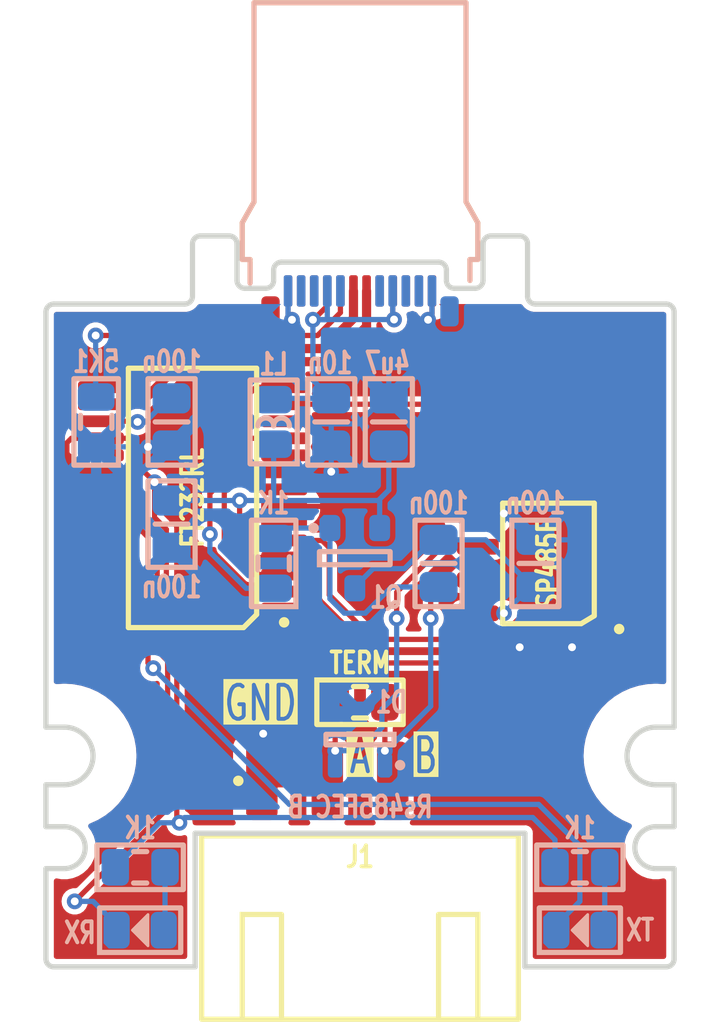
<source format=kicad_pcb>
(kicad_pcb (version 20221018) (generator pcbnew)
  (layers (0 "F.Cu" signal) (31 "B.Cu" jumper) (34 "B.Paste" user) (35 "F.Paste" user) (36 "B.SilkS" user "B.Silkscreen") (37 "F.SilkS" user "F.Silkscreen") (38 "B.Mask" user) (39 "F.Mask" user) (44 "Edge.Cuts" user))
  (net 0 "")
  (net 1 "A_CC")
  (net 2 "TXD")
  (net 3 "5V")
  (net 4 "RXD")
  (net 5 "USB_DP")
  (net 6 "USB_DM")
  (net 7 "GND")
  (net 8 "USB_Vin")
  (net 9 "3V3")
  (net 10 "LED_TXD")
  (net 11 "LED_TXD'")
  (net 12 "LED_RXD'")
  (net 13 "LED_RXD")
  (net 14 "5V_SW")
  (net 15 "PWREN#'")
  (net 16 "PWREN#")
  (net 17 "A")
  (net 18 "B")
  (net 19 "TXDEN")
  (net 20 "RTS_CTS")
  (footprint "Medo64:R (0805)" (layer "F.Cu") (at 32 37.8)
    (fp_text reference "R1" hide)
    (fp_text value "TERM" (at 0 -1.5 180) (layer "F.SilkS") (effects (font (size 0.8 0.6))))
    (fp_line (start -0.25 -0.6) (end 0.25 -0.6) (stroke (width 0.2)) (layer "F.SilkS"))
    (fp_line (start -0.25 0.6) (end 0.25 0.6) (stroke (width 0.2)) (layer "F.SilkS"))
    (fp_rect (start -1.65 -0.85) (end 1.65 0.85) (stroke (width 0.2)) (fill none) (layer "F.SilkS"))
    (pad "1" smd roundrect (at -0.95 0) (size 1.05 1.4) (layers "F.Cu" "F.Paste" "F.Mask") (net 17 "A"))
    (pad "2" smd roundrect (at 0.95 0) (size 1.05 1.4) (layers "F.Cu" "F.Paste" "F.Mask") (net 18 "B"))
  )
  (footprint "Medo64:P USB C 3.2 Edge (24w)" (layer "F.Cu") (at 32 22)
    (fp_text reference "P1" hide)
    (fp_text value "105444-0001" hide)
    (fp_line (start -4.5 -2.5) (end -4.5 -1.1) (stroke (width 0.2)) (layer "B.SilkS"))
    (fp_line (start -4.5 -2.5) (end -4.05 -3.3) (stroke (width 0.2)) (layer "B.SilkS"))
    (fp_line (start -4.5 -1.1) (end -4.2 -1.1) (stroke (width 0.2)) (layer "B.SilkS"))
    (fp_line (start -4.2 -1) (end -4.2 -0.2) (stroke (width 0.2)) (layer "B.SilkS"))
    (fp_line (start -4.05 -10.9) (end -4.05 -3.3) (stroke (width 0.2)) (layer "B.SilkS"))
    (fp_line (start -4.05 -10.9) (end 4.05 -10.9) (stroke (width 0.2)) (layer "B.SilkS"))
    (fp_line (start 4.05 -10.9) (end 4.05 -3.3) (stroke (width 0.2)) (layer "B.SilkS"))
    (fp_line (start 4.2 -1.1) (end 4.2 -0.3) (stroke (width 0.2)) (layer "B.SilkS"))
    (fp_line (start 4.5 -2.5) (end 4.05 -3.3) (stroke (width 0.2)) (layer "B.SilkS"))
    (fp_line (start 4.5 -2.5) (end 4.5 -1.1) (stroke (width 0.2)) (layer "B.SilkS"))
    (fp_line (start 4.5 -1.1) (end 4.2 -1.1) (stroke (width 0.2)) (layer "B.SilkS"))
    (fp_line (start -4.5 -2.5) (end -4.5 -1.1) (stroke (width 0.2)) (layer "F.SilkS"))
    (fp_line (start -4.5 -2.5) (end -4.05 -3.3) (stroke (width 0.2)) (layer "F.SilkS"))
    (fp_line (start -4.5 -1.1) (end -4.2 -1.1) (stroke (width 0.2)) (layer "F.SilkS"))
    (fp_line (start -4.2 -1.1) (end -4.2 -0.3) (stroke (width 0.2)) (layer "F.SilkS"))
    (fp_line (start -4.05 -10.9) (end -4.05 -3.3) (stroke (width 0.2)) (layer "F.SilkS"))
    (fp_line (start -4.05 -10.9) (end 4.05 -10.9) (stroke (width 0.2)) (layer "F.SilkS"))
    (fp_line (start 4.05 -10.9) (end 4.05 -3.3) (stroke (width 0.2)) (layer "F.SilkS"))
    (fp_line (start 4.2 -1.1) (end 4.2 -0.3) (stroke (width 0.2)) (layer "F.SilkS"))
    (fp_line (start 4.5 -2.5) (end 4.05 -3.3) (stroke (width 0.2)) (layer "F.SilkS"))
    (fp_line (start 4.5 -2.5) (end 4.5 -1.1) (stroke (width 0.2)) (layer "F.SilkS"))
    (fp_line (start 4.5 -1.1) (end 4.2 -1.1) (stroke (width 0.2)) (layer "F.SilkS"))
    (pad "A1" smd roundrect locked (at -2.75 0.1) (size 0.33 1.2) (layers "F.Cu" "F.Paste" "F.Mask") (chamfer_ratio 0.2) (chamfer top_left bottom_left) (net 7 "GND"))
    (pad "A2" smd roundrect locked (at -2.25 0.1) (size 0.33 1.2) (layers "F.Cu" "F.Paste" "F.Mask"))
    (pad "A3" smd roundrect locked (at -1.75 0.1) (size 0.33 1.2) (layers "F.Cu" "F.Paste" "F.Mask"))
    (pad "A4" smd roundrect locked (at -1.25 0.1) (size 0.33 1.2) (layers "F.Cu" "F.Paste" "F.Mask") (net 8 "USB_Vin"))
    (pad "A5" smd roundrect locked (at -0.75 0.1) (size 0.33 1.2) (layers "F.Cu" "F.Paste" "F.Mask") (net 1 "A_CC"))
    (pad "A6" smd roundrect locked (at -0.25 0.1) (size 0.33 1.2) (layers "F.Cu" "F.Paste" "F.Mask") (net 5 "USB_DP"))
    (pad "A7" smd roundrect locked (at 0.25 0.1) (size 0.33 1.2) (layers "F.Cu" "F.Paste" "F.Mask") (net 6 "USB_DM"))
    (pad "A8" smd roundrect locked (at 0.75 0.1) (size 0.33 1.2) (layers "F.Cu" "F.Paste" "F.Mask"))
    (pad "A9" smd roundrect locked (at 1.25 0.1) (size 0.33 1.2) (layers "F.Cu" "F.Paste" "F.Mask") (net 8 "USB_Vin"))
    (pad "A10" smd roundrect locked (at 1.75 0.1) (size 0.33 1.2) (layers "F.Cu" "F.Paste" "F.Mask"))
    (pad "A11" smd roundrect locked (at 2.25 0.1) (size 0.33 1.2) (layers "F.Cu" "F.Paste" "F.Mask"))
    (pad "A12" smd roundrect locked (at 2.75 0.1) (size 0.33 1.2) (layers "F.Cu" "F.Paste" "F.Mask") (net 7 "GND"))
    (pad "B01" smd roundrect locked (at 2.75 0.1) (size 0.33 1.2) (layers "B.Cu" "B.Paste" "B.Mask") (chamfer_ratio 0.2) (chamfer top_right bottom_right) (net 7 "GND"))
    (pad "B02" smd roundrect locked (at 2.25 0.1) (size 0.33 1.2) (layers "B.Cu" "B.Paste" "B.Mask"))
    (pad "B03" smd roundrect locked (at 1.75 0.1) (size 0.33 1.2) (layers "B.Cu" "B.Paste" "B.Mask"))
    (pad "B04" smd roundrect locked (at 1.25 0.1) (size 0.33 1.2) (layers "B.Cu" "B.Paste" "B.Mask") (net 8 "USB_Vin"))
    (pad "B05" smd roundrect locked (at 0.75 0.1) (size 0.33 1.2) (layers "B.Cu" "B.Paste" "B.Mask"))
    (pad "B08" smd roundrect locked (at -0.75 0.1) (size 0.33 1.2) (layers "B.Cu" "B.Paste" "B.Mask"))
    (pad "B09" smd roundrect locked (at -1.25 0.1) (size 0.33 1.2) (layers "B.Cu" "B.Paste" "B.Mask") (net 8 "USB_Vin"))
    (pad "B10" smd roundrect locked (at -1.75 0.1) (size 0.33 1.2) (layers "B.Cu" "B.Paste" "B.Mask"))
    (pad "B11" smd roundrect locked (at -2.25 0.1) (size 0.33 1.2) (layers "B.Cu" "B.Paste" "B.Mask"))
    (pad "B12" smd roundrect locked (at -2.75 0.1) (size 0.33 1.2) (layers "B.Cu" "B.Paste" "B.Mask") (net 7 "GND"))
    (pad "S" smd roundrect locked (at -3.42 0.88) (size 0.7 1.15) (layers "F.Cu" "F.Paste" "F.Mask"))
    (pad "S" smd roundrect locked (at 3.42 0.88) (size 0.7 1.15) (layers "B.Cu" "B.Paste" "B.Mask"))
  )
  (footprint "Medo64:J JST XH Edge [RS485] (4w)" (layer "F.Cu") (at 32 40.8)
    (fp_text reference "J1" (at 0 2.9) (layer "F.SilkS") (effects (font (size 0.8 0.6) (thickness 0.15) bold)))
    (fp_text value "B4B-XH-A")
    (fp_rect (start -6.05 2.1) (end 6.05 9.1) (stroke (width 0.2)) (fill none) (layer "F.SilkS"))
    (fp_rect (start -4.5 5.1) (end -3 9.1) (stroke (width 0.2)) (fill none) (layer "F.SilkS"))
    (fp_rect (start 4.5 5.1) (end 3 9.1) (stroke (width 0.2)) (fill none) (layer "F.SilkS"))
    (fp_circle (center -4.65 0) (end -4.5 0) (stroke (width 0.1)) (fill solid) (layer "F.SilkS"))
    (pad "1" smd roundrect (at -3.75 0) (size 1.2 3) (layers "F.Cu" "F.Paste" "F.Mask") (chamfer_ratio 0.2) (chamfer top_left bottom_left) (net 7 "GND"))
    (pad "2" smd roundrect (at -1.25 0) (size 1.2 3) (layers "F.Cu" "F.Paste" "F.Mask") (net 17 "A"))
    (pad "3" smd roundrect (at 1.25 0) (size 1.2 3) (layers "F.Cu" "F.Paste" "F.Mask") (net 18 "B"))
  )
  (footprint "Medo64:U Transciever UART FT232RL (SSOP-28)" (layer "F.Cu") (at 25.6 30 180)
    (fp_text reference "U1" hide)
    (fp_text value "FT232RL" (at 0 0 90) (layer "F.SilkS") (effects (font (size 0.8 0.6))))
    (fp_line (start -2.45 -4.45) (end -1.95 -4.95) (stroke (width 0.2)) (layer "F.SilkS"))
    (fp_line (start -2.45 4.95) (end -2.45 -4.45) (stroke (width 0.2)) (layer "F.SilkS"))
    (fp_line (start -1.95 -4.95) (end 2.45 -4.95) (stroke (width 0.2)) (layer "F.SilkS"))
    (fp_line (start 2.45 -4.95) (end 2.45 4.95) (stroke (width 0.2)) (layer "F.SilkS"))
    (fp_line (start 2.45 4.95) (end -2.45 4.95) (stroke (width 0.2)) (layer "F.SilkS"))
    (fp_circle (center -3.5 -4.75) (end -3.35 -4.75) (stroke (width 0.1)) (fill solid) (layer "F.SilkS"))
    (pad "1" smd roundrect (at -3.5 -4.225 180) (size 1.75 0.45) (layers "F.Cu" "F.Paste" "F.Mask") (chamfer_ratio 0.2) (chamfer top_left top_right) (net 2 "TXD"))
    (pad "2" smd roundrect (at -3.5 -3.575 180) (size 1.75 0.45) (layers "F.Cu" "F.Paste" "F.Mask"))
    (pad "3" smd roundrect (at -3.5 -2.925 180) (size 1.75 0.45) (layers "F.Cu" "F.Paste" "F.Mask") (net 20 "RTS_CTS"))
    (pad "4" smd roundrect (at -3.5 -2.275 180) (size 1.75 0.45) (layers "F.Cu" "F.Paste" "F.Mask") (net 3 "5V"))
    (pad "5" smd roundrect (at -3.5 -1.625 180) (size 1.75 0.45) (layers "F.Cu" "F.Paste" "F.Mask") (net 4 "RXD"))
    (pad "6" smd roundrect (at -3.5 -0.975 180) (size 1.75 0.45) (layers "F.Cu" "F.Paste" "F.Mask"))
    (pad "7" smd roundrect (at -3.5 -0.325 180) (size 1.75 0.45) (layers "F.Cu" "F.Paste" "F.Mask") (net 7 "GND"))
    (pad "8" smd roundrect (at -3.5 0.325 180) (size 1.75 0.45) (layers "F.Cu" "F.Paste" "F.Mask"))
    (pad "9" smd roundrect (at -3.5 0.975 180) (size 1.75 0.45) (layers "F.Cu" "F.Paste" "F.Mask"))
    (pad "10" smd roundrect (at -3.5 1.625 180) (size 1.75 0.45) (layers "F.Cu" "F.Paste" "F.Mask"))
    (pad "11" smd roundrect (at -3.5 2.275 180) (size 1.75 0.45) (layers "F.Cu" "F.Paste" "F.Mask") (net 20 "RTS_CTS"))
    (pad "12" smd roundrect (at -3.5 2.925 180) (size 1.75 0.45) (layers "F.Cu" "F.Paste" "F.Mask"))
    (pad "13" smd roundrect (at -3.5 3.575 180) (size 1.75 0.45) (layers "F.Cu" "F.Paste" "F.Mask") (net 19 "TXDEN"))
    (pad "14" smd roundrect (at -3.5 4.225 180) (size 1.75 0.45) (layers "F.Cu" "F.Paste" "F.Mask") (net 16 "PWREN#"))
    (pad "15" smd roundrect (at 3.5 4.225 180) (size 1.75 0.45) (layers "F.Cu" "F.Paste" "F.Mask") (net 5 "USB_DP"))
    (pad "16" smd roundrect (at 3.5 3.575 180) (size 1.75 0.45) (layers "F.Cu" "F.Paste" "F.Mask") (net 6 "USB_DM"))
    (pad "17" smd roundrect (at 3.5 2.925 180) (size 1.75 0.45) (layers "F.Cu" "F.Paste" "F.Mask") (net 9 "3V3"))
    (pad "18" smd roundrect (at 3.5 2.275 180) (size 1.75 0.45) (layers "F.Cu" "F.Paste" "F.Mask") (net 7 "GND"))
    (pad "19" smd roundrect (at 3.5 1.625 180) (size 1.75 0.45) (layers "F.Cu" "F.Paste" "F.Mask"))
    (pad "20" smd roundrect (at 3.5 0.975 180) (size 1.75 0.45) (layers "F.Cu" "F.Paste" "F.Mask") (net 3 "5V"))
    (pad "21" smd roundrect (at 3.5 0.325 180) (size 1.75 0.45) (layers "F.Cu" "F.Paste" "F.Mask") (net 7 "GND"))
    (pad "22" smd roundrect (at 3.5 -0.325 180) (size 1.75 0.45) (layers "F.Cu" "F.Paste" "F.Mask") (net 13 "LED_RXD"))
    (pad "23" smd roundrect (at 3.5 -0.975 180) (size 1.75 0.45) (layers "F.Cu" "F.Paste" "F.Mask") (net 10 "LED_TXD"))
    (pad "24" smd roundrect (at 3.5 -1.625 180) (size 1.75 0.45) (layers "F.Cu" "F.Paste" "F.Mask"))
    (pad "25" smd roundrect (at 3.5 -2.275 180) (size 1.75 0.45) (layers "F.Cu" "F.Paste" "F.Mask") (net 7 "GND"))
    (pad "26" smd roundrect (at 3.5 -2.925 180) (size 1.75 0.45) (layers "F.Cu" "F.Paste" "F.Mask") (net 7 "GND"))
    (pad "27" smd roundrect (at 3.5 -3.575 180) (size 1.75 0.45) (layers "F.Cu" "F.Paste" "F.Mask"))
    (pad "28" smd roundrect (at 3.5 -4.225 180) (size 1.75 0.45) (layers "F.Cu" "F.Paste" "F.Mask"))
  )
  (footprint "Medo64:U Transciever RS485 SP485E (SOIC-8)" (layer "F.Cu") (at 39.2 32.5 180)
    (fp_text reference "U2" hide)
    (fp_text value "SP485E" (at 0 0 90) (layer "F.SilkS") (effects (font (size 0.8 0.6))))
    (fp_line (start -1.75 -2) (end -1.25 -2.3) (stroke (width 0.2)) (layer "F.SilkS"))
    (fp_line (start -1.75 2.3) (end -1.75 -2) (stroke (width 0.2)) (layer "F.SilkS"))
    (fp_line (start -1.25 -2.3) (end 1.75 -2.3) (stroke (width 0.2)) (layer "F.SilkS"))
    (fp_line (start 1.75 -2.3) (end 1.75 2.3) (stroke (width 0.2)) (layer "F.SilkS"))
    (fp_line (start 1.75 2.3) (end -1.75 2.3) (stroke (width 0.2)) (layer "F.SilkS"))
    (fp_circle (center -2.7 -2.505) (end -2.55 -2.505) (stroke (width 0.1)) (fill solid) (layer "F.SilkS"))
    (pad "1" smd roundrect (at -2.7 -1.905 180) (size 1.6 0.6) (layers "F.Cu" "F.Paste" "F.Mask") (chamfer_ratio 0.2) (chamfer top_left top_right) (net 4 "RXD"))
    (pad "2" smd roundrect (at -2.7 -0.635 180) (size 1.6 0.6) (layers "F.Cu" "F.Paste" "F.Mask") (net 19 "TXDEN"))
    (pad "3" smd roundrect (at -2.7 0.635 180) (size 1.6 0.6) (layers "F.Cu" "F.Paste" "F.Mask") (net 19 "TXDEN"))
    (pad "4" smd roundrect (at -2.7 1.905 180) (size 1.6 0.6) (layers "F.Cu" "F.Paste" "F.Mask") (net 2 "TXD"))
    (pad "5" smd roundrect (at 2.7 1.905 180) (size 1.6 0.6) (layers "F.Cu" "F.Paste" "F.Mask") (net 7 "GND"))
    (pad "6" smd roundrect (at 2.7 0.635 180) (size 1.6 0.6) (layers "F.Cu" "F.Paste" "F.Mask") (net 17 "A"))
    (pad "7" smd roundrect (at 2.7 -0.635 180) (size 1.6 0.6) (layers "F.Cu" "F.Paste" "F.Mask") (net 18 "B"))
    (pad "8" smd roundrect (at 2.7 -1.905 180) (size 1.6 0.6) (layers "F.Cu" "F.Paste" "F.Mask") (net 14 "5V_SW"))
  )
  (footprint "Medo64:R (0805)" (layer "B.Cu") (at 40.4 44.1)
    (fp_text reference "R5" hide)
    (fp_text value "1K" (at 0 -1.5) (layer "B.SilkS") (effects (font (size 0.8 0.6)) (justify mirror)))
    (fp_line (start -0.25 -0.6) (end 0.25 -0.6) (stroke (width 0.2)) (layer "B.SilkS"))
    (fp_line (start -0.25 0.6) (end 0.25 0.6) (stroke (width 0.2)) (layer "B.SilkS"))
    (fp_rect (start -1.65 0.85) (end 1.65 -0.85) (stroke (width 0.2)) (fill none) (layer "B.SilkS"))
    (pad "1" smd roundrect (at -0.95 0) (size 1.05 1.4) (layers "B.Cu" "B.Paste" "B.Mask") (net 3 "5V"))
    (pad "2" smd roundrect (at 0.95 0) (size 1.05 1.4) (layers "B.Cu" "B.Paste" "B.Mask") (net 11 "LED_TXD'"))
  )
  (footprint "Medo64:L (0805)" (layer "B.Cu") (at 28.7 27.1 90)
    (fp_text reference "L1" (at 2.2 0) (layer "B.SilkS") (effects (font (size 0.8 0.6)) (justify mirror)))
    (fp_text value "600R" hide)
    (fp_rect (start -1.6 0.9) (end 1.6 -0.9) (stroke (width 0.2)) (fill none) (layer "B.SilkS"))
    (fp_arc (start -0.15 -0.6) (mid 0.15 -0.3) (end -0.15 0) (stroke (width 0.2)) (layer "B.SilkS"))
    (fp_arc (start -0.15 0) (mid 0.15 0.3) (end -0.15 0.6) (stroke (width 0.2)) (layer "B.SilkS"))
    (pad "1" smd roundrect (at -0.85 0 90) (size 1.05 1.4) (layers "B.Cu" "B.Paste" "B.Mask") (net 3 "5V"))
    (pad "2" smd roundrect (at 0.85 0 90) (size 1.05 1.4) (layers "B.Cu" "B.Paste" "B.Mask") (net 8 "USB_Vin"))
  )
  (footprint "Medo64:D TVS SM05T1G (SOT23-3)" (layer "B.Cu") (at 32 39.225 180)
    (fp_text reference "D1" (at -1.2 1.425) (layer "B.SilkS") (effects (font (size 0.8 0.6)) (justify mirror)))
    (fp_text value "SM12T1G" hide)
    (fp_rect (start -1.3 0.2) (end 1.3 -0.2) (stroke (width 0.2)) (fill none) (layer "B.SilkS"))
    (fp_circle (center -1.53 -0.975) (end -1.38 -0.975) (stroke (width 0.1)) (fill solid) (layer "B.SilkS"))
    (pad "1" smd roundrect (at -0.95 -0.975 180) (size 0.56 0.95) (layers "B.Cu" "B.Paste" "B.Mask") (chamfer_ratio 0.2) (chamfer top_left bottom_left) (net 18 "B"))
    (pad "2" smd roundrect (at 0.95 -0.975 180) (size 0.56 0.95) (layers "B.Cu" "B.Paste" "B.Mask") (net 17 "A"))
    (pad "3" smd roundrect (at 0 0.975 180) (size 0.56 0.95) (layers "B.Cu" "B.Paste" "B.Mask") (net 7 "GND"))
  )
  (footprint "Medo64:C (0805)" (layer "B.Cu") (at 30.9 27.1 90)
    (fp_text reference "C1" hide)
    (fp_text value "10n" (at 2.25 -0.05) (layer "B.SilkS") (effects (font (size 0.8 0.6) (thickness 0.15) bold) (justify mirror)))
    (fp_line (start 0 0.625) (end 0 -0.625) (stroke (width 0.2)) (layer "B.SilkS"))
    (fp_rect (start -1.65 0.9) (end 1.65 -0.9) (stroke (width 0.2)) (fill none) (layer "B.SilkS"))
    (pad "1" smd roundrect (at -0.9 0 90) (size 1.15 1.45) (layers "B.Cu" "B.Paste" "B.Mask") (net 7 "GND"))
    (pad "2" smd roundrect (at 0.9 0 90) (size 1.15 1.45) (layers "B.Cu" "B.Paste" "B.Mask") (net 8 "USB_Vin"))
  )
  (footprint "Medo64:DS (0805)" (layer "B.Cu") (at 40.4 46.5)
    (fp_text reference "DS2" hide)
    (fp_text value "TX" (at 2.3 0) (layer "B.SilkS") (effects (font (size 0.8 0.6) (thickness 0.15) bold) (justify mirror)))
    (fp_rect (start -1.55 0.85) (end 1.55 -0.85) (stroke (width 0.2)) (fill none) (layer "B.SilkS"))
    (fp_poly (pts (xy -0.3 0) (xy 0.3 0.6) (xy 0.3 -0.6)) (stroke (width 0.1)) (fill solid) (layer "B.SilkS"))
    (pad "1" smd roundrect (at -0.9 0) (size 1 1.4) (layers "B.Cu" "B.Paste" "B.Mask") (chamfer_ratio 0.2) (chamfer top_left bottom_left) (net 10 "LED_TXD"))
    (pad "2" smd roundrect (at 0.9 0) (size 1 1.4) (layers "B.Cu" "B.Paste" "B.Mask") (net 11 "LED_TXD'"))
  )
  (footprint "Medo64:R (0805)" (layer "B.Cu") (at 28.7 32.5 90)
    (fp_text reference "R6" hide)
    (fp_text value "1K" (at 2.3 0) (layer "B.SilkS") (effects (font (size 0.8 0.6)) (justify mirror)))
    (fp_line (start -0.25 -0.6) (end 0.25 -0.6) (stroke (width 0.2)) (layer "B.SilkS"))
    (fp_line (start -0.25 0.6) (end 0.25 0.6) (stroke (width 0.2)) (layer "B.SilkS"))
    (fp_rect (start -1.65 0.85) (end 1.65 -0.85) (stroke (width 0.2)) (fill none) (layer "B.SilkS"))
    (pad "1" smd roundrect (at -0.95 0 90) (size 1.05 1.4) (layers "B.Cu" "B.Paste" "B.Mask") (net 16 "PWREN#"))
    (pad "2" smd roundrect (at 0.95 0 90) (size 1.05 1.4) (layers "B.Cu" "B.Paste" "B.Mask") (net 15 "PWREN#'"))
  )
  (footprint "Medo64:C (0805)" (layer "B.Cu") (at 24.8 27.1 90)
    (fp_text reference "C3" hide)
    (fp_text value "100n" (at 2.3 0) (layer "B.SilkS") (effects (font (size 0.8 0.6) (thickness 0.15) bold) (justify mirror)))
    (fp_line (start 0 0.625) (end 0 -0.625) (stroke (width 0.2)) (layer "B.SilkS"))
    (fp_rect (start -1.65 0.9) (end 1.65 -0.9) (stroke (width 0.2)) (fill none) (layer "B.SilkS"))
    (pad "1" smd roundrect (at -0.9 0 90) (size 1.15 1.45) (layers "B.Cu" "B.Paste" "B.Mask") (net 7 "GND"))
    (pad "2" smd roundrect (at 0.9 0 90) (size 1.15 1.45) (layers "B.Cu" "B.Paste" "B.Mask") (net 9 "3V3"))
  )
  (footprint "Medo64:C (0805)" (layer "B.Cu") (at 38.7 32.5 -90)
    (fp_text reference "C4" hide)
    (fp_text value "100n" (at -2.3 0 -180) (layer "B.SilkS") (effects (font (size 0.8 0.6) (thickness 0.15) bold) (justify mirror)))
    (fp_line (start 0 0.625) (end 0 -0.625) (stroke (width 0.2)) (layer "B.SilkS"))
    (fp_rect (start -1.65 0.9) (end 1.65 -0.9) (stroke (width 0.2)) (fill none) (layer "B.SilkS"))
    (pad "1" smd roundrect (at -0.9 0 270) (size 1.15 1.45) (layers "B.Cu" "B.Paste" "B.Mask") (net 7 "GND"))
    (pad "2" smd roundrect (at 0.9 0 270) (size 1.15 1.45) (layers "B.Cu" "B.Paste" "B.Mask") (net 14 "5V_SW"))
  )
  (footprint "Medo64:C (0805)" (layer "B.Cu") (at 24.8 31 90)
    (fp_text reference "C2" hide)
    (fp_text value "100n" (at -2.4 0 180) (layer "B.SilkS") (effects (font (size 0.8 0.6) (thickness 0.15) bold) (justify mirror)))
    (fp_line (start 0 0.625) (end 0 -0.625) (stroke (width 0.2)) (layer "B.SilkS"))
    (fp_rect (start -1.65 0.9) (end 1.65 -0.9) (stroke (width 0.2)) (fill none) (layer "B.SilkS"))
    (pad "1" smd roundrect (at -0.9 0 90) (size 1.15 1.45) (layers "B.Cu" "B.Paste" "B.Mask") (net 7 "GND"))
    (pad "2" smd roundrect (at 0.9 0 90) (size 1.15 1.45) (layers "B.Cu" "B.Paste" "B.Mask") (net 3 "5V"))
  )
  (footprint "Medo64:R (0805)" (layer "B.Cu") (at 21.92 27.1 90)
    (fp_text reference "R7" hide)
    (fp_text value "5K1" (at 2.3 0) (layer "B.SilkS") (effects (font (size 0.8 0.6)) (justify mirror)))
    (fp_line (start -0.25 -0.6) (end 0.25 -0.6) (stroke (width 0.2)) (layer "B.SilkS"))
    (fp_line (start -0.25 0.6) (end 0.25 0.6) (stroke (width 0.2)) (layer "B.SilkS"))
    (fp_rect (start -1.65 0.85) (end 1.65 -0.85) (stroke (width 0.2)) (fill none) (layer "B.SilkS"))
    (pad "1" smd roundrect (at -0.95 0 90) (size 1.05 1.4) (layers "B.Cu" "B.Paste" "B.Mask") (net 7 "GND"))
    (pad "2" smd roundrect (at 0.95 0 90) (size 1.05 1.4) (layers "B.Cu" "B.Paste" "B.Mask") (net 1 "A_CC"))
  )
  (footprint "Medo64:Q MOSFET-P (SOT23-3)" (layer "B.Cu") (at 31.8 32.3)
    (fp_text reference "Q1" (at 1.2 1.5) (layer "B.SilkS") (effects (font (size 0.8 0.6)) (justify mirror)))
    (fp_text value "DMP3099L-13" hide)
    (fp_rect (start -1.35 0.25) (end 1.35 -0.25) (stroke (width 0.2)) (fill none) (layer "B.SilkS"))
    (fp_circle (center -1.575 -1.15) (end -1.425 -1.15) (stroke (width 0.1)) (fill solid) (layer "B.SilkS"))
    (pad "1" smd roundrect (at -0.95 -1.15) (size 0.8 1) (layers "B.Cu" "B.Paste" "B.Mask") (chamfer_ratio 0.2) (chamfer top_left bottom_left) (net 15 "PWREN#'"))
    (pad "2" smd roundrect (at 0.95 -1.15) (size 0.8 1) (layers "B.Cu" "B.Paste" "B.Mask") (net 3 "5V"))
    (pad "3" smd roundrect (at 0 1.15) (size 0.8 1) (layers "B.Cu" "B.Paste" "B.Mask") (net 14 "5V_SW"))
  )
  (footprint "Medo64:DS (0805)" (layer "B.Cu") (at 23.6 46.5)
    (fp_text reference "DS1" hide)
    (fp_text value "RX" (at -2.3 0.1) (layer "B.SilkS") (effects (font (size 0.8 0.6) (thickness 0.15) bold) (justify mirror)))
    (fp_rect (start -1.55 0.85) (end 1.55 -0.85) (stroke (width 0.2)) (fill none) (layer "B.SilkS"))
    (fp_poly (pts (xy -0.3 0) (xy 0.3 0.6) (xy 0.3 -0.6)) (stroke (width 0.1)) (fill solid) (layer "B.SilkS"))
    (pad "1" smd roundrect (at -0.9 0) (size 1 1.4) (layers "B.Cu" "B.Paste" "B.Mask") (chamfer_ratio 0.2) (chamfer top_left bottom_left) (net 13 "LED_RXD"))
    (pad "2" smd roundrect (at 0.9 0) (size 1 1.4) (layers "B.Cu" "B.Paste" "B.Mask") (net 12 "LED_RXD'"))
  )
  (footprint "Medo64:R (0805)" (layer "B.Cu") (at 23.6 44.1)
    (fp_text reference "R4" hide)
    (fp_text value "1K" (at 0 -1.5) (layer "B.SilkS") (effects (font (size 0.8 0.6)) (justify mirror)))
    (fp_line (start -0.25 -0.6) (end 0.25 -0.6) (stroke (width 0.2)) (layer "B.SilkS"))
    (fp_line (start -0.25 0.6) (end 0.25 0.6) (stroke (width 0.2)) (layer "B.SilkS"))
    (fp_rect (start -1.65 0.85) (end 1.65 -0.85) (stroke (width 0.2)) (fill none) (layer "B.SilkS"))
    (pad "1" smd roundrect (at -0.95 0) (size 1.05 1.4) (layers "B.Cu" "B.Paste" "B.Mask") (net 3 "5V"))
    (pad "2" smd roundrect (at 0.95 0) (size 1.05 1.4) (layers "B.Cu" "B.Paste" "B.Mask") (net 12 "LED_RXD'"))
  )
  (footprint "Medo64:C (0805)" (layer "B.Cu") (at 33.1 27.1 -90)
    (fp_text reference "C11" hide)
    (fp_text value "4u7" (at -2.25 0.05) (layer "B.SilkS") (effects (font (size 0.8 0.6) (thickness 0.15) bold) (justify mirror)))
    (fp_line (start 0 0.625) (end 0 -0.625) (stroke (width 0.2)) (layer "B.SilkS"))
    (fp_rect (start -1.65 0.9) (end 1.65 -0.9) (stroke (width 0.2)) (fill none) (layer "B.SilkS"))
    (pad "1" smd roundrect (at -0.9 0 270) (size 1.15 1.45) (layers "B.Cu" "B.Paste" "B.Mask") (net 7 "GND"))
    (pad "2" smd roundrect (at 0.9 0 270) (size 1.15 1.45) (layers "B.Cu" "B.Paste" "B.Mask") (net 3 "5V"))
  )
  (footprint "Medo64:C (0805)" (layer "B.Cu") (at 35 32.5 90)
    (fp_text reference "C5" hide)
    (fp_text value "100n" (at 2.3 0) (layer "B.SilkS") (effects (font (size 0.8 0.6) (thickness 0.15) bold) (justify mirror)))
    (fp_line (start 0 0.625) (end 0 -0.625) (stroke (width 0.2)) (layer "B.SilkS"))
    (fp_rect (start -1.65 0.9) (end 1.65 -0.9) (stroke (width 0.2)) (fill none) (layer "B.SilkS"))
    (pad "1" smd roundrect (at -0.9 0 90) (size 1.15 1.45) (layers "B.Cu" "B.Paste" "B.Mask") (net 15 "PWREN#'"))
    (pad "2" smd roundrect (at 0.9 0 90) (size 1.15 1.45) (layers "B.Cu" "B.Paste" "B.Mask") (net 14 "5V_SW"))
  )
  (gr_line locked (start 38.4 20.3) (end 38.4 22.3) (stroke (width 0.2)) (layer "Edge.Cuts"))
  (gr_arc locked (start 25.6 22.3) (mid 25.512132 22.512132) (end 25.3 22.6) (stroke (width 0.2)) (layer "Edge.Cuts"))
  (gr_arc locked (start 43.3 40.95) (mid 42.2 39.85) (end 43.3 38.75) (stroke (width 0.2)) (layer "Edge.Cuts"))
  (gr_line locked (start 38.3 47.9) (end 43.7 47.9) (stroke (width 0.2)) (layer "Edge.Cuts"))
  (gr_line locked (start 20.7 40.95) (end 20 40.95) (stroke (width 0.2)) (layer "Edge.Cuts"))
  (gr_line locked (start 43.3 40.95) (end 44 40.95) (stroke (width 0.2)) (layer "Edge.Cuts"))
  (gr_line locked (start 44 44.15) (end 43.3 44.15) (stroke (width 0.2)) (layer "Edge.Cuts"))
  (gr_arc locked (start 35 21) (mid 35.212132 21.087868) (end 35.3 21.3) (stroke (width 0.2)) (layer "Edge.Cuts"))
  (gr_arc locked (start 28.7 21.3) (mid 28.787868 21.087868) (end 29 21) (stroke (width 0.2)) (layer "Edge.Cuts"))
  (gr_line locked (start 38.1 20) (end 37 20) (stroke (width 0.2)) (layer "Edge.Cuts"))
  (gr_arc locked (start 28.7 21.7) (mid 28.612132 21.912132) (end 28.4 22) (stroke (width 0.2)) (layer "Edge.Cuts"))
  (gr_arc locked (start 27 20) (mid 27.212132 20.087868) (end 27.3 20.3) (stroke (width 0.2)) (layer "Edge.Cuts"))
  (gr_arc locked (start 43.7 22.6) (mid 43.912132 22.687868) (end 44 22.9) (stroke (width 0.2)) (layer "Edge.Cuts"))
  (gr_line locked (start 20 44.15) (end 20 47.6) (stroke (width 0.2)) (layer "Edge.Cuts"))
  (gr_line locked (start 20 38.75) (end 20.7 38.75) (stroke (width 0.2)) (layer "Edge.Cuts"))
  (gr_line locked (start 44 42.55) (end 43.3 42.55) (stroke (width 0.2)) (layer "Edge.Cuts"))
  (gr_arc locked (start 38.7 22.6) (mid 38.487868 22.512132) (end 38.4 22.3) (stroke (width 0.2)) (layer "Edge.Cuts"))
  (gr_line locked (start 44 42.55) (end 44 40.95) (stroke (width 0.2)) (layer "Edge.Cuts"))
  (gr_line locked (start 28.4 22) (end 27.6 22) (stroke (width 0.2)) (layer "Edge.Cuts"))
  (gr_line locked (start 43.7 22.6) (end 38.7 22.6) (stroke (width 0.2)) (layer "Edge.Cuts"))
  (gr_line locked (start 20.3 22.6) (end 25.3 22.6) (stroke (width 0.2)) (layer "Edge.Cuts"))
  (gr_arc locked (start 38.1 20) (mid 38.312132 20.087868) (end 38.4 20.3) (stroke (width 0.2)) (layer "Edge.Cuts"))
  (gr_arc locked (start 35.6 22) (mid 35.387868 21.912132) (end 35.3 21.7) (stroke (width 0.2)) (layer "Edge.Cuts"))
  (gr_line locked (start 35.3 21.7) (end 35.3 21.3) (stroke (width 0.2)) (layer "Edge.Cuts"))
  (gr_line locked (start 27.3 20.3) (end 27.3 21.7) (stroke (width 0.2)) (layer "Edge.Cuts"))
  (gr_arc locked (start 20 22.9) (mid 20.087868 22.687868) (end 20.3 22.6) (stroke (width 0.2)) (layer "Edge.Cuts"))
  (gr_arc locked (start 36.7 20.3) (mid 36.787868 20.087868) (end 37 20) (stroke (width 0.2)) (layer "Edge.Cuts"))
  (gr_arc locked (start 20.7 42.55) (mid 21.5 43.35) (end 20.7 44.15) (stroke (width 0.2)) (layer "Edge.Cuts"))
  (gr_arc locked (start 27.6 22) (mid 27.387868 21.912132) (end 27.3 21.7) (stroke (width 0.2)) (layer "Edge.Cuts"))
  (gr_line locked (start 36.7 20.3) (end 36.7 21.7) (stroke (width 0.2)) (layer "Edge.Cuts"))
  (gr_arc locked (start 44 47.6) (mid 43.912132 47.812132) (end 43.7 47.9) (stroke (width 0.2)) (layer "Edge.Cuts"))
  (gr_line locked (start 36.4 22) (end 35.6 22) (stroke (width 0.2)) (layer "Edge.Cuts"))
  (gr_line locked (start 44 22.9) (end 44 38.75) (stroke (width 0.2)) (layer "Edge.Cuts"))
  (gr_line locked (start 43.3 38.75) (end 44 38.75) (stroke (width 0.2)) (layer "Edge.Cuts"))
  (gr_line locked (start 28.7 21.7) (end 28.7 21.3) (stroke (width 0.2)) (layer "Edge.Cuts"))
  (gr_arc locked (start 20.7 38.75) (mid 21.8 39.85) (end 20.7 40.95) (stroke (width 0.2)) (layer "Edge.Cuts"))
  (gr_arc locked (start 43.3 44.15) (mid 42.5 43.35) (end 43.3 42.55) (stroke (width 0.2)) (layer "Edge.Cuts"))
  (gr_line locked (start 25.9 20) (end 27 20) (stroke (width 0.2)) (layer "Edge.Cuts"))
  (gr_line locked (start 25.6 20.3) (end 25.6 22.3) (stroke (width 0.2)) (layer "Edge.Cuts"))
  (gr_line locked (start 44 44.15) (end 44 47.6) (stroke (width 0.2)) (layer "Edge.Cuts"))
  (gr_line locked (start 20 22.9) (end 20 38.75) (stroke (width 0.2)) (layer "Edge.Cuts"))
  (gr_line locked (start 20.7 44.15) (end 20 44.15) (stroke (width 0.2)) (layer "Edge.Cuts"))
  (gr_line locked (start 38.3 42.8) (end 25.7 42.8) (stroke (width 0.2)) (layer "Edge.Cuts"))
  (gr_arc locked (start 25.6 20.3) (mid 25.687868 20.087868) (end 25.9 20) (stroke (width 0.2)) (layer "Edge.Cuts"))
  (gr_arc locked (start 36.7 21.7) (mid 36.612132 21.912132) (end 36.4 22) (stroke (width 0.2)) (layer "Edge.Cuts"))
  (gr_line locked (start 29 21) (end 35 21) (stroke (width 0.2)) (layer "Edge.Cuts"))
  (gr_line locked (start 25.7 47.9) (end 25.7 42.8) (stroke (width 0.2)) (layer "Edge.Cuts"))
  (gr_line locked (start 20.7 42.55) (end 20 42.55) (stroke (width 0.2)) (layer "Edge.Cuts"))
  (gr_line locked (start 20 42.55) (end 20 40.95) (stroke (width 0.2)) (layer "Edge.Cuts"))
  (gr_line locked (start 20.3 47.9) (end 25.7 47.9) (stroke (width 0.2)) (layer "Edge.Cuts"))
  (gr_line locked (start 38.3 47.9) (end 38.3 42.8) (stroke (width 0.2)) (layer "Edge.Cuts"))
  (gr_arc locked (start 20.3 47.9) (mid 20.087868 47.812132) (end 20 47.6) (stroke (width 0.2)) (layer "Edge.Cuts"))
  (gr_text "Rs485FEC B" (at 32 41.8) (layer "B.SilkS") (effects (font (size 0.8 0.6) (thickness 0.15) bold) (justify mirror)))
  (gr_text "GND" (at 28.2 38.6) (layer "F.SilkS" knockout) (effects (font (size 1.3 0.9) (thickness 0.15) bold) (justify bottom)))
  (gr_text "B" (at 34.5 40.6) (layer "F.SilkS" knockout) (effects (font (size 1.3 0.9) (thickness 0.15) bold) (justify bottom)))
  (gr_text "A" (at 32 40.6) (layer "F.SilkS" knockout) (effects (font (size 1.3 0.9) (thickness 0.15) bold) (justify bottom)))
  (segment (start 31.25 22.927808) (end 30.377808 23.8) (width 0.2) (layer "F.Cu") (net 1))
  (segment (start 31.25 22.1) (end 31.25 22.927808) (width 0.2) (layer "F.Cu") (net 1))
  (segment (start 30.377808 23.8) (end 21.9 23.8) (width 0.2) (layer "F.Cu") (net 1))
  (via (at 21.9 23.8) (size 0.6) (drill 0.3) (layers "F.Cu" "B.Cu") (net 1))
  (segment (start 21.9 23.8) (end 21.9 26.13) (width 0.2) (layer "B.Cu") (net 1))
  (segment (start 31.8 36.3) (end 29.725 34.225) (width 0.2) (layer "F.Cu") (net 2))
  (segment (start 42.1 36.3) (end 31.8 36.3) (width 0.2) (layer "F.Cu") (net 2))
  (segment (start 43.1 35.3) (end 42.1 36.3) (width 0.2) (layer "F.Cu") (net 2))
  (segment (start 42.395343 30.595) (end 43.1 31.299657) (width 0.2) (layer "F.Cu") (net 2))
  (segment (start 43.1 31.299657) (end 43.1 35.3) (width 0.2) (layer "F.Cu") (net 2))
  (segment (start 27.875 32.275) (end 27.4 31.8) (width 0.2) (layer "F.Cu") (net 3))
  (segment (start 29.1 32.275) (end 27.875 32.275) (width 0.2) (layer "F.Cu") (net 3))
  (segment (start 25 42.3) (end 25.099647 42.399647) (width 0.2) (layer "F.Cu") (net 3))
  (segment (start 23.775 29.025) (end 24.15 29.4) (width 0.2) (layer "F.Cu") (net 3))
  (segment (start 24.15 29.4) (end 24.15 30.75) (width 0.2) (layer "F.Cu") (net 3))
  (segment (start 25 36) (end 25 42.3) (width 0.2) (layer "F.Cu") (net 3))
  (segment (start 27.4 31.8) (end 27.4 30.1) (width 0.2) (layer "F.Cu") (net 3))
  (segment (start 24.6 35.6) (end 25 36) (width 0.2) (layer "F.Cu") (net 3))
  (segment (start 24.15 30.75) (end 24.6 31.2) (width 0.2) (layer "F.Cu") (net 3))
  (segment (start 24.6 31.2) (end 24.6 35.6) (width 0.2) (layer "F.Cu") (net 3))
  (segment (start 22.1 29.025) (end 23.775 29.025) (width 0.2) (layer "F.Cu") (net 3))
  (via (at 27.4 30.1) (size 0.6) (drill 0.3) (layers "F.Cu" "B.Cu") (net 3))
  (via (at 24.15 29.4) (size 0.6) (drill 0.3) (layers "F.Cu" "B.Cu") (net 3))
  (via (at 25.099647 42.399647) (size 0.6) (drill 0.3) (layers "F.Cu" "B.Cu") (net 3))
  (segment (start 38.6 42.2) (end 25.299294 42.2) (width 0.2) (layer "B.Cu") (net 3))
  (segment (start 32.75 30.15) (end 32.75 30.05) (width 0.2) (layer "B.Cu") (net 3))
  (segment (start 33.1 29.7) (end 33.1 28) (width 0.2) (layer "B.Cu") (net 3))
  (segment (start 32.75 30.05) (end 33.1 29.7) (width 0.2) (layer "B.Cu") (net 3))
  (segment (start 24.8 30.1) (end 24.15 29.45) (width 0.2) (layer "B.Cu") (net 3))
  (segment (start 24.350353 42.399647) (end 25.099647 42.399647) (width 0.2) (layer "B.Cu") (net 3))
  (segment (start 39.45 43.05) (end 38.6 42.2) (width 0.2) (layer "B.Cu") (net 3))
  (segment (start 32.7 30.1) (end 28.7 30.1) (width 0.2) (layer "B.Cu") (net 3))
  (segment (start 32.75 30.15) (end 32.7 30.1) (width 0.2) (layer "B.Cu") (net 3))
  (segment (start 25.299294 42.2) (end 25.099647 42.399647) (width 0.2) (layer "B.Cu") (net 3))
  (segment (start 39.45 44.1) (end 39.45 43.05) (width 0.2) (layer "B.Cu") (net 3))
  (segment (start 28.7 30.1) (end 28.7 27.95) (width 0.2) (layer "B.Cu") (net 3))
  (segment (start 24.15 29.45) (end 24.15 29.4) (width 0.2) (layer "B.Cu") (net 3))
  (segment (start 22.65 44.1) (end 24.350353 42.399647) (width 0.2) (layer "B.Cu") (net 3))
  (segment (start 24.8 30.1) (end 28.7 30.1) (width 0.2) (layer "B.Cu") (net 3))
  (segment (start 32.75 31.15) (end 32.75 30.15) (width 0.2) (layer "B.Cu") (net 3))
  (segment (start 30.825 31.9) (end 30.825 33.702818) (width 0.2) (layer "F.Cu") (net 4))
  (segment (start 38.272818 34.405) (end 41.9 34.405) (width 0.2) (layer "F.Cu") (net 4))
  (segment (start 29.1 31.625) (end 30.55 31.625) (width 0.2) (layer "F.Cu") (net 4))
  (segment (start 32.522182 35.4) (end 37.277818 35.4) (width 0.2) (layer "F.Cu") (net 4))
  (segment (start 30.825 33.702818) (end 32.522182 35.4) (width 0.2) (layer "F.Cu") (net 4))
  (segment (start 30.55 31.625) (end 30.825 31.9) (width 0.2) (layer "F.Cu") (net 4))
  (segment (start 37.277818 35.4) (end 38.272818 34.405) (width 0.2) (layer "F.Cu") (net 4))
  (segment (start 22.1 25.775) (end 23.517894 25.775) (width 0.35) (layer "F.Cu") (net 5))
  (segment (start 31.75 23.15) (end 31.75 22.1) (width 0.35) (layer "F.Cu") (net 5))
  (segment (start 24.992893 24.3) (end 30.6 24.3) (width 0.35) (layer "F.Cu") (net 5))
  (segment (start 30.6 24.3) (end 31.75 23.15) (width 0.35) (layer "F.Cu") (net 5))
  (segment (start 23.517894 25.775) (end 24.992893 24.3) (width 0.35) (layer "F.Cu") (net 5))
  (segment (start 30.907107 24.8) (end 25.2 24.8) (width 0.35) (layer "F.Cu") (net 6))
  (segment (start 32.25 22.1) (end 32.25 23.457107) (width 0.35) (layer "F.Cu") (net 6))
  (segment (start 25.2 24.8) (end 23.575 26.425) (width 0.35) (layer "F.Cu") (net 6))
  (segment (start 32.25 23.457107) (end 30.907107 24.8) (width 0.35) (layer "F.Cu") (net 6))
  (segment (start 23.575 26.425) (end 22.1 26.425) (width 0.35) (layer "F.Cu") (net 6))
  (segment (start 29.1 30.325) (end 30.575 30.325) (width 0.2) (layer "F.Cu") (net 7))
  (segment (start 34.75 22.1) (end 34.75 23.05) (width 0.2) (layer "F.Cu") (net 7))
  (segment (start 23.575 27.725) (end 23.9 28.05) (width 0.2) (layer "F.Cu") (net 7))
  (segment (start 20.8 29.7) (end 20.825 29.675) (width 0.2) (layer "F.Cu") (net 7))
  (segment (start 22.1 27.725) (end 23.575 27.725) (width 0.2) (layer "F.Cu") (net 7))
  (segment (start 30.9 30) (end 30.9 29) (width 0.2) (layer "F.Cu") (net 7))
  (segment (start 34.75 22.95697) (end 34.75 22.1) (width 0.2) (layer "F.Cu") (net 7))
  (segment (start 22.1 32.275) (end 20.8 32.275) (width 0.2) (layer "F.Cu") (net 7))
  (segment (start 20.8 27.9) (end 20.975 27.725) (width 0.2) (layer "F.Cu") (net 7))
  (segment (start 30.575 30.325) (end 30.9 30) (width 0.2) (layer "F.Cu") (net 7))
  (segment (start 22.1 32.925) (end 20.925 32.925) (width 0.2) (layer "F.Cu") (net 7))
  (segment (start 28.25 40.8) (end 28.25 39.05) (width 0.6) (layer "F.Cu") (net 7))
  (segment (start 29.25 23.05) (end 29.4 23.2) (width 0.2) (layer "F.Cu") (net 7))
  (segment (start 20.975 27.725) (end 22.1 27.725) (width 0.2) (layer "F.Cu") (net 7))
  (segment (start 36.5 30.595) (end 37.495 30.595) (width 0.2) (layer "F.Cu") (net 7))
  (segment (start 20.825 29.675) (end 22.1 29.675) (width 0.2) (layer "F.Cu") (net 7))
  (segment (start 20.8 29.7) (end 20.8 27.9) (width 0.2) (layer "F.Cu") (net 7))
  (segment (start 28.25 39.05) (end 28.3 39) (width 0.6) (layer "F.Cu") (net 7))
  (segment (start 34.75 23.05) (end 34.6 23.2) (width 0.2) (layer "F.Cu") (net 7))
  (segment (start 29.25 22.1) (end 29.25 23.05) (width 0.2) (layer "F.Cu") (net 7))
  (segment (start 34.50697 23.2) (end 34.75 22.95697) (width 0.2) (layer "F.Cu") (net 7))
  (segment (start 20.8 32.275) (end 20.8 29.7) (width 0.2) (layer "F.Cu") (net 7))
  (segment (start 20.8 32.8) (end 20.8 32.275) (width 0.2) (layer "F.Cu") (net 7))
  (segment (start 20.925 32.925) (end 20.8 32.8) (width 0.2) (layer "F.Cu") (net 7))
  (via (at 37.495 30.595) (size 0.6) (drill 0.3) (layers "F.Cu" "B.Cu") (net 7))
  (via (at 23.9 28.05) (size 0.6) (drill 0.3) (layers "F.Cu" "B.Cu") (net 7))
  (via (at 29.4 23.2) (size 0.6) (drill 0.3) (layers "F.Cu" "B.Cu") (net 7))
  (via (at 28.3 39) (size 0.6) (drill 0.3) (layers "F.Cu" "B.Cu") (net 7))
  (via (at 38.1 35.7) (size 0.6) (drill 0.3) (layers "F.Cu" "B.Cu") (net 7))
  (via (at 30.9 29) (size 0.6) (drill 0.3) (layers "F.Cu" "B.Cu") (net 7))
  (via (at 40.1 35.7) (size 0.6) (drill 0.3) (layers "F.Cu" "B.Cu") (net 7))
  (via (at 34.6 23.2) (size 0.6) (drill 0.3) (layers "F.Cu" "B.Cu") (net 7))
  (segment (start 40.1 31.6) (end 40.1 35.7) (width 0.2) (layer "B.Cu") (net 7))
  (segment (start 33.4 24.7) (end 34.6 24.7) (width 0.2) (layer "B.Cu") (net 7))
  (segment (start 29.4 23.2) (end 27.3 25.3) (width 0.2) (layer "B.Cu") (net 7))
  (segment (start 40.1 30.2) (end 40.1 31.6) (width 0.2) (layer "B.Cu") (net 7))
  (segment (start 30.9 27.175) (end 31.925 27.175) (width 0.2) (layer "B.Cu") (net 7))
  (segment (start 38.1 35.7) (end 40.1 35.7) (width 0.2) (layer "B.Cu") (net 7))
  (segment (start 24.4 28.3) (end 24.15 28.05) (width 0.2) (layer "B.Cu") (net 7))
  (segment (start 38.7 31.6) (end 40.1 31.6) (width 0.2) (layer "B.Cu") (net 7))
  (segment (start 32 38.25) (end 28.3 38.25) (width 0.6) (layer "B.Cu") (net 7))
  (segment (start 34.75 22.1) (end 34.75 23.05) (width 0.2) (layer "B.Cu") (net 7))
  (segment (start 38.5 31.6) (end 37.495 30.595) (width 0.2) (layer "B.Cu") (net 7))
  (segment (start 28.3 38.25) (end 28.3 39) (width 0.6) (layer "B.Cu") (net 7))
  (segment (start 39.8 36) (end 40.1 35.7) (width 0.2) (layer "B.Cu") (net 7))
  (segment (start 23.6 28.05) (end 23.9 28.05) (width 0.2) (layer "B.Cu") (net 7))
  (segment (start 34.6 24.7) (end 40.1 30.2) (width 0.2) (layer "B.Cu") (net 7))
  (segment (start 29.25 23.05) (end 29.25 22.1) (width 0.2) (layer "B.Cu") (net 7))
  (segment (start 33.1 26.2) (end 33.1 25) (width 0.2) (layer "B.Cu") (net 7))
  (segment (start 23.6 30.7) (end 23.6 28.05) (width 0.2) (layer "B.Cu") (net 7))
  (segment (start 24.15 28.05) (end 23.9 28.05) (width 0.2) (layer "B.Cu") (net 7))
  (segment (start 27.3 25.3) (end 27.3 27.175) (width 0.2) (layer "B.Cu") (net 7))
  (segment (start 25.625 27.175) (end 27.3 27.175) (width 0.2) (layer "B.Cu") (net 7))
  (segment (start 24.8 31.9) (end 23.6 30.7) (width 0.2) (layer "B.Cu") (net 7))
  (segment (start 31.925 27.175) (end 32.9 26.2) (width 0.2) (layer "B.Cu") (net 7))
  (segment (start 30.9 27.175) (end 30.9 28) (width 0.2) (layer "B.Cu") (net 7))
  (segment (start 21.92 28.05) (end 24.75 28.05) (width 0.2) (layer "B.Cu") (net 7))
  (segment (start 33.1 25) (end 33.4 24.7) (width 0.2) (layer "B.Cu") (net 7))
  (segment (start 29.4 23.2) (end 29.25 23.05) (width 0.2) (layer "B.Cu") (net 7))
  (segment (start 34.6 24.7) (end 34.6 23.2) (width 0.2) (layer "B.Cu") (net 7))
  (segment (start 34.75 23.05) (end 34.6 23.2) (width 0.2) (layer "B.Cu") (net 7))
  (segment (start 21.92 31.87) (end 28.3 38.25) (width 0.4) (layer "B.Cu") (net 7))
  (segment (start 27.3 27.175) (end 30.9 27.175) (width 0.2) (layer "B.Cu") (net 7))
  (segment (start 30.9 29) (end 30.9 28) (width 0.2) (layer "B.Cu") (net 7))
  (segment (start 24.8 28) (end 25.625 27.175) (width 0.2) (layer "B.Cu") (net 7))
  (segment (start 21.92 28.05) (end 21.92 31.87) (width 0.4) (layer "B.Cu") (net 7))
  (segment (start 33.25 22.1) (end 33.25 23.15) (width 0.2) (layer "F.Cu") (net 8))
  (segment (start 30.220236 23.19999) (end 30.2 23.19999) (width 0.2) (layer "F.Cu") (net 8))
  (segment (start 30.75 22.1) (end 30.75 22.670226) (width 0.2) (layer "F.Cu") (net 8))
  (segment (start 30.75 22.670226) (end 30.220236 23.19999) (width 0.2) (layer "F.Cu") (net 8))
  (via (at 30.2 23.19999) (size 0.6) (drill 0.3) (layers "F.Cu" "B.Cu") (net 8))
  (via (at 33.3 23.192136) (size 0.6) (drill 0.3) (layers "F.Cu" "B.Cu") (net 8))
  (segment (start 30.9 26.2) (end 30.2 25.5) (width 0.2) (layer "B.Cu") (net 8))
  (segment (start 30.2 25.5) (end 30.2 23.19999) (width 0.2) (layer "B.Cu") (net 8))
  (segment (start 30.692146 23.19999) (end 30.2 23.19999) (width 0.2) (layer "B.Cu") (net 8))
  (segment (start 33.25 22.1) (end 33.25 23.05) (width 0.2) (layer "B.Cu") (net 8))
  (segment (start 30.75 23.142136) (end 30.692146 23.19999) (width 0.2) (layer "B.Cu") (net 8))
  (segment (start 30.9 26.2) (end 28.75 26.2) (width 0.2) (layer "B.Cu") (net 8))
  (segment (start 30.75 22.1) (end 30.75 23.142136) (width 0.2) (layer "B.Cu") (net 8))
  (segment (start 33.25 23.05) (end 33.3 23.1) (width 0.2) (layer "B.Cu") (net 8))
  (segment (start 30.207854 23.192136) (end 30.2 23.19999) (width 0.2) (layer "B.Cu") (net 8))
  (segment (start 33.3 23.192136) (end 30.207854 23.192136) (width 0.2) (layer "B.Cu") (net 8))
  (segment (start 23.475 27.075) (end 23.5 27.1) (width 0.2) (layer "F.Cu") (net 9))
  (segment (start 22.1 27.075) (end 23.475 27.075) (width 0.2) (layer "F.Cu") (net 9))
  (via (at 23.5 27.1) (size 0.6) (drill 0.3) (layers "F.Cu" "B.Cu") (net 9))
  (segment (start 23.5 27.1) (end 23.8 27.1) (width 0.2) (layer "B.Cu") (net 9))
  (segment (start 23.8 27.1) (end 24.4 26.5) (width 0.2) (layer "B.Cu") (net 9))
  (segment (start 22.1 30.975) (end 23.375 30.975) (width 0.2) (layer "F.Cu") (net 10))
  (segment (start 23.375 30.975) (end 23.9 31.5) (width 0.2) (layer "F.Cu") (net 10))
  (segment (start 23.9 36.3) (end 24.1 36.5) (width 0.2) (layer "F.Cu") (net 10))
  (segment (start 23.9 31.5) (end 23.9 36.3) (width 0.2) (layer "F.Cu") (net 10))
  (via (at 24.1 36.5) (size 0.6) (drill 0.3) (layers "F.Cu" "B.Cu") (net 10))
  (segment (start 24.1 36.5) (end 29.3 41.7) (width 0.2) (layer "B.Cu") (net 10))
  (segment (start 40.4 43.275216) (end 40.4 45.4) (width 0.2) (layer "B.Cu") (net 10))
  (segment (start 38.824784 41.7) (end 40.4 43.275216) (width 0.2) (layer "B.Cu") (net 10))
  (segment (start 29.3 41.7) (end 38.824784 41.7) (width 0.2) (layer "B.Cu") (net 10))
  (segment (start 40.4 45.4) (end 39.5 46.3) (width 0.2) (layer "B.Cu") (net 10))
  (segment (start 41.35 44.1) (end 41.35 46.45) (width 0.2) (layer "B.Cu") (net 11))
  (segment (start 24.55 44.1) (end 24.55 46.45) (width 0.2) (layer "B.Cu") (net 12))
  (segment (start 24.25 31.344974) (end 24.25 35.822182) (width 0.2) (layer "F.Cu") (net 13))
  (segment (start 24.65 41.85) (end 21.1 45.4) (width 0.2) (layer "F.Cu") (net 13))
  (segment (start 22.1 30.325) (end 23.230026 30.325) (width 0.2) (layer "F.Cu") (net 13))
  (segment (start 24.65 36.222182) (end 24.65 41.85) (width 0.2) (layer "F.Cu") (net 13))
  (segment (start 23.230026 30.325) (end 24.25 31.344974) (width 0.2) (layer "F.Cu") (net 13))
  (segment (start 24.25 35.822182) (end 24.65 36.222182) (width 0.2) (layer "F.Cu") (net 13))
  (via (at 21.1 45.4) (size 0.6) (drill 0.3) (layers "F.Cu" "B.Cu") (net 13))
  (segment (start 22.7 46.3) (end 21.8 45.4) (width 0.2) (layer "B.Cu") (net 13))
  (segment (start 21.8 45.4) (end 21.1 45.4) (width 0.2) (layer "B.Cu") (net 13))
  (segment (start 37.495 34.405) (end 37.5 34.4) (width 0.2) (layer "F.Cu") (net 14))
  (segment (start 36.5 34.405) (end 37.495 34.405) (width 0.2) (layer "F.Cu") (net 14))
  (via (at 37.5 34.4) (size 0.6) (drill 0.3) (layers "F.Cu" "B.Cu") (net 14))
  (segment (start 32.5 32.7) (end 33.7 32.7) (width 0.2) (layer "B.Cu") (net 14))
  (segment (start 38.5 33.4) (end 37.5 34.4) (width 0.2) (layer "B.Cu") (net 14))
  (segment (start 33.7 32.7) (end 34.8 31.6) (width 0.2) (layer "B.Cu") (net 14))
  (segment (start 38.6 33.4) (end 36.8 31.6) (width 0.2) (layer "B.Cu") (net 14))
  (segment (start 32 33.2) (end 32.5 32.7) (width 0.2) (layer "B.Cu") (net 14))
  (segment (start 36.8 31.6) (end 35 31.6) (width 0.2) (layer "B.Cu") (net 14))
  (segment (start 32.2 34.4) (end 31.4 34.4) (width 0.2) (layer "B.Cu") (net 15))
  (segment (start 30.85 31.15) (end 29.1 31.15) (width 0.2) (layer "B.Cu") (net 15))
  (segment (start 35 33.4) (end 33.2 33.4) (width 0.2) (layer "B.Cu") (net 15))
  (segment (start 31.4 34.4) (end 30.85 33.85) (width 0.2) (layer "B.Cu") (net 15))
  (segment (start 33.2 33.4) (end 32.2 34.4) (width 0.2) (layer "B.Cu") (net 15))
  (segment (start 30.85 33.85) (end 30.85 31.15) (width 0.2) (layer "B.Cu") (net 15))
  (segment (start 26.7 28.1) (end 26.7 29.4) (width 0.2) (layer "F.Cu") (net 16))
  (segment (start 27.7 27.1) (end 26.7 28.1) (width 0.2) (layer "F.Cu") (net 16))
  (segment (start 27.7 26.1) (end 27.7 27.1) (width 0.2) (layer "F.Cu") (net 16))
  (segment (start 29.1 25.775) (end 28.025 25.775) (width 0.2) (layer "F.Cu") (net 16))
  (segment (start 26.263909 29.836091) (end 26.263909 31.386091) (width 0.2) (layer "F.Cu") (net 16))
  (segment (start 28.025 25.775) (end 27.7 26.1) (width 0.2) (layer "F.Cu") (net 16))
  (segment (start 26.7 29.4) (end 26.263909 29.836091) (width 0.2) (layer "F.Cu") (net 16))
  (via (at 26.263909 31.386091) (size 0.6) (drill 0.3) (layers "F.Cu" "B.Cu") (net 16))
  (segment (start 28.9 33.45) (end 27.65 33.45) (width 0.2) (layer "B.Cu") (net 16))
  (segment (start 27.65 33.45) (end 26.263909 32.063909) (width 0.2) (layer "B.Cu") (net 16))
  (segment (start 26.263909 32.063909) (end 26.263909 31.386091) (width 0.2) (layer "B.Cu") (net 16))
  (segment (start 36.5 31.865) (end 35.135 31.865) (width 0.2) (layer "F.Cu") (net 17))
  (segment (start 33.4 33.6) (end 33.4 34.6) (width 0.2) (layer "F.Cu") (net 17))
  (segment (start 35.135 31.865) (end 33.4 33.6) (width 0.2) (layer "F.Cu") (net 17))
  (segment (start 31.05 37.8) (end 31.05 40.200025) (width 0.2) (layer "F.Cu") (net 17))
  (via (at 31.049975 39.65) (size 0.6) (drill 0.3) (layers "F.Cu" "B.Cu") (net 17))
  (via (at 33.4 34.6) (size 0.6) (drill 0.3) (layers "F.Cu" "B.Cu") (net 17))
  (segment (start 33.4 34.6) (end 33.4 37.5) (width 0.2) (layer "B.Cu") (net 17))
  (segment (start 32.838272 38.761728) (end 31.95 39.65) (width 0.2) (layer "B.Cu") (net 17))
  (segment (start 32.838272 38.061728) (end 32.838272 38.761728) (width 0.2) (layer "B.Cu") (net 17))
  (segment (start 33.4 37.5) (end 32.838272 38.061728) (width 0.2) (layer "B.Cu") (net 17))
  (segment (start 31.05 40.2) (end 31.05 39.650025) (width 0.5) (layer "B.Cu") (net 17))
  (segment (start 31.05 39.650025) (end 31.049975 39.65) (width 0.2) (layer "B.Cu") (net 17))
  (segment (start 31.95 39.65) (end 31.049975 39.65) (width 0.2) (layer "B.Cu") (net 17))
  (segment (start 36.5 33.135) (end 35.365 33.135) (width 0.2) (layer "F.Cu") (net 18))
  (segment (start 34.7 33.8) (end 34.7 34.6) (width 0.2) (layer "F.Cu") (net 18))
  (segment (start 35.365 33.135) (end 34.7 33.8) (width 0.2) (layer "F.Cu") (net 18))
  (segment (start 32.95 37.8) (end 32.95 39.649986) (width 0.2) (layer "F.Cu") (net 18))
  (via (at 34.7 34.6) (size 0.6) (drill 0.3) (layers "F.Cu" "B.Cu") (net 18))
  (via (at 32.95 39.649986) (size 0.6) (drill 0.3) (layers "F.Cu" "B.Cu") (net 18))
  (segment (start 33.000014 39.649986) (end 32.95 39.649986) (width 0.2) (layer "B.Cu") (net 18))
  (segment (start 32.95 40.2) (end 32.95 39.649986) (width 0.5) (layer "B.Cu") (net 18))
  (segment (start 34.7 34.6) (end 34.7 37.95) (width 0.2) (layer "B.Cu") (net 18))
  (segment (start 32.95 39.65) (end 32.95 39.649986) (width 0.5) (layer "B.Cu") (net 18))
  (segment (start 34.7 37.95) (end 33.000014 39.649986) (width 0.2) (layer "B.Cu") (net 18))
  (segment (start 40.265 29.365) (end 40.265 31.865) (width 0.2) (layer "F.Cu") (net 19))
  (segment (start 41.9 33.135) (end 40.435 33.135) (width 0.2) (layer "F.Cu") (net 19))
  (segment (start 37.325 26.425) (end 40.265 29.365) (width 0.2) (layer "F.Cu") (net 19))
  (segment (start 40.265 32.965) (end 40.265 31.865) (width 0.2) (layer "F.Cu") (net 19))
  (segment (start 41.9 31.865) (end 40.265 31.865) (width 0.2) (layer "F.Cu") (net 19))
  (segment (start 29.1 26.425) (end 37.325 26.425) (width 0.2) (layer "F.Cu") (net 19))
  (segment (start 40.435 33.135) (end 40.265 32.965) (width 0.2) (layer "F.Cu") (net 19))
  (segment (start 27.825 32.925) (end 26.813909 31.913909) (width 0.2) (layer "F.Cu") (net 20))
  (segment (start 26.813909 29.786091) (end 27.1 29.5) (width 0.2) (layer "F.Cu") (net 20))
  (segment (start 27.669974 27.725) (end 29.1 27.725) (width 0.2) (layer "F.Cu") (net 20))
  (segment (start 27.1 28.294974) (end 27.669974 27.725) (width 0.2) (layer "F.Cu") (net 20))
  (segment (start 29.1 32.925) (end 27.825 32.925) (width 0.2) (layer "F.Cu") (net 20))
  (segment (start 26.813909 31.913909) (end 26.813909 29.786091) (width 0.2) (layer "F.Cu") (net 20))
  (segment (start 27.1 29.5) (end 27.1 28.294974) (width 0.2) (layer "F.Cu") (net 20))
  (zone (net 7) (net_name "GND") (layers "F&B.Cu") (connect_pads (clearance 0.2)) (min_thickness 0.2) (fill yes (thermal_gap 0.5) (thermal_bridge_width 0.5))
    (polygon (pts (xy 20 22.6) (xy 44 22.6) (xy 44 47.9) (xy 20 47.9)))
  )
)
</source>
